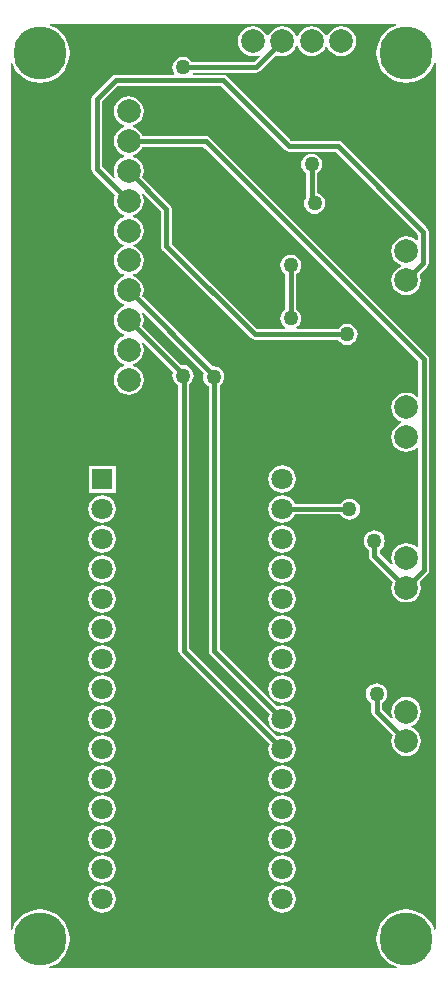
<source format=gbl>
%FSTAX23Y23*%
%MOIN*%
%SFA1B1*%

%IPPOS*%
%ADD12C,0.015748*%
%ADD20C,0.078740*%
%ADD21C,0.070866*%
%ADD22R,0.070866X0.070866*%
%ADD23C,0.050000*%
%ADD24C,0.177165*%
%LNchillerlcd-1*%
%LPD*%
G36*
X01287Y03144D02*
X01281Y03142D01*
X01263Y03133*
X01248Y03121*
X01236Y03106*
X01227Y03088*
X01221Y0307*
X01219Y03051*
X01221Y03031*
X01227Y03013*
X01236Y02996*
X01248Y02981*
X01263Y02968*
X01281Y02959*
X01299Y02953*
X01318Y02951*
X01338Y02953*
X01356Y02959*
X01374Y02968*
X01388Y02981*
X01401Y02996*
X0141Y03013*
X01412Y03019*
X01417Y03018*
Y0013*
X01412Y00129*
X0141Y00136*
X01401Y00153*
X01388Y00168*
X01374Y0018*
X01356Y00189*
X01338Y00195*
X01318Y00197*
X01299Y00195*
X01281Y00189*
X01263Y0018*
X01248Y00168*
X01236Y00153*
X01227Y00136*
X01221Y00117*
X01219Y00098*
X01221Y00079*
X01227Y0006*
X01236Y00043*
X01248Y00028*
X01263Y00016*
X01281Y00007*
X01287Y00005*
X01286Y0*
X0013*
X00129Y00005*
X00136Y00007*
X00153Y00016*
X00168Y00028*
X0018Y00043*
X00189Y0006*
X00195Y00079*
X00197Y00098*
X00195Y00117*
X00189Y00136*
X0018Y00153*
X00168Y00168*
X00153Y0018*
X00136Y00189*
X00117Y00195*
X00098Y00197*
X00079Y00195*
X0006Y00189*
X00043Y0018*
X00028Y00168*
X00016Y00153*
X00007Y00136*
X00005Y00129*
X0Y0013*
Y03018*
X00005Y03019*
X00007Y03013*
X00016Y02996*
X00028Y02981*
X00043Y02968*
X0006Y02959*
X00079Y02953*
X00098Y02951*
X00117Y02953*
X00136Y02959*
X00153Y02968*
X00168Y02981*
X0018Y02996*
X00189Y03013*
X00195Y03031*
X00197Y03051*
X00195Y0307*
X00189Y03088*
X0018Y03106*
X00168Y03121*
X00153Y03133*
X00136Y03142*
X00129Y03144*
X0013Y03149*
X01286*
X01287Y03144*
G37*
%LNchillerlcd-2*%
%LPC*%
G36*
X01102Y0314D02*
X01089Y03138D01*
X01077Y03133*
X01067Y03125*
X01059Y03115*
X01055Y03107*
X0105*
X01047Y03115*
X01038Y03125*
X01028Y03133*
X01016Y03138*
X01003Y0314*
X0099Y03138*
X00979Y03133*
X00968Y03125*
X0096Y03115*
X00957Y03107*
X00951*
X00948Y03115*
X0094Y03125*
X0093Y03133*
X00918Y03138*
X00905Y0314*
X00892Y03138*
X0088Y03133*
X0087Y03125*
X00862Y03115*
X00859Y03107*
X00853*
X0085Y03115*
X00842Y03125*
X00831Y03133*
X0082Y03138*
X00807Y0314*
X00794Y03138*
X00782Y03133*
X00772Y03125*
X00763Y03115*
X00759Y03103*
X00757Y0309*
X00759Y03077*
X00763Y03065*
X00772Y03055*
X00782Y03047*
X00794Y03042*
X00807Y0304*
X0082Y03042*
X00827Y03045*
X0083Y03041*
X00811Y03022*
X00605*
X00599Y03028*
X00592Y03034*
X00583Y03038*
X00574Y03039*
X00565Y03038*
X00557Y03034*
X0055Y03028*
X00544Y03021*
X0054Y03012*
X00539Y03003*
X0054Y02994*
X00544Y02986*
X00546Y02983*
X00543Y02978*
X0035*
X00343Y02977*
X00337Y02973*
X00274Y0291*
X0027Y02904*
X00269Y02897*
Y02665*
X0027Y02658*
X00274Y02652*
X00348Y02578*
X00345Y02572*
X00344Y02559*
X00345Y02546*
X0035Y02534*
X00358Y02524*
X00368Y02515*
X00378Y02512*
Y02506*
X00368Y02502*
X00358Y02494*
X0035Y02484*
X00345Y02472*
X00344Y02459*
X00345Y02446*
X0035Y02434*
X00358Y02424*
X00368Y02416*
X00378Y02412*
Y02407*
X00368Y02403*
X00358Y02395*
X0035Y02385*
X00345Y02373*
X00344Y0236*
X00345Y02347*
X0035Y02335*
X00358Y02325*
X00368Y02316*
X00378Y02313*
Y02307*
X00368Y02303*
X00358Y02296*
X0035Y02285*
X00345Y02273*
X00344Y02261*
X00345Y02248*
X0035Y02235*
X00358Y02225*
X00368Y02217*
X00378Y02213*
Y02208*
X00368Y02204*
X00358Y02196*
X0035Y02186*
X00345Y02174*
X00344Y02161*
X00345Y02148*
X0035Y02136*
X00358Y02126*
X00368Y02118*
X00378Y02114*
Y02109*
X00368Y02105*
X00358Y02097*
X0035Y02087*
X00345Y02074*
X00344Y02062*
X00345Y02049*
X0035Y02037*
X00358Y02026*
X00368Y02018*
X00378Y02014*
Y02009*
X00368Y02005*
X00358Y01997*
X0035Y01987*
X00345Y01975*
X00344Y01962*
X00345Y01949*
X0035Y01937*
X00358Y01927*
X00368Y01919*
X0038Y01914*
X00393Y01912*
X00406Y01914*
X00418Y01919*
X00428Y01927*
X00437Y01937*
X00441Y01949*
X00443Y01962*
X00441Y01975*
X00437Y01987*
X00428Y01997*
X00418Y02005*
X00409Y02009*
Y02014*
X00418Y02018*
X00428Y02026*
X00437Y02037*
X00441Y02049*
X00443Y02062*
X00441Y02074*
X00437Y02084*
X00442Y02087*
X00541Y01987*
X0054Y01985*
X00539Y01976*
X0054Y01967*
X00544Y01958*
X0055Y01951*
X00557Y01945*
X00558Y01945*
Y01059*
X0056Y01053*
X00564Y01047*
X00863Y00748*
X00861Y00743*
X00859Y00731*
X00861Y00719*
X00865Y00708*
X00873Y00699*
X00882Y00691*
X00893Y00687*
X00905Y00685*
X00917Y00687*
X00928Y00691*
X00937Y00699*
X00945Y00708*
X00949Y00719*
X00951Y00731*
X00949Y00743*
X00945Y00754*
X00937Y00763*
X00928Y00771*
X00917Y00775*
X00905Y00777*
X00893Y00775*
X00888Y00773*
X00595Y01067*
Y01948*
X00599Y01951*
X00605Y01958*
X00609Y01967*
X0061Y01976*
X00609Y01985*
X00605Y01994*
X00599Y02001*
X00592Y02007*
X00583Y0201*
X00574Y02011*
X00569Y02011*
X00438Y02141*
X00441Y02148*
X00443Y02161*
X00441Y02174*
X00437Y02183*
X00442Y02186*
X00644Y01984*
X00642Y01981*
X00641Y01972*
X00642Y01963*
X00646Y01954*
X00652Y01947*
X00659Y01941*
X00661Y0194*
Y01057*
X00662Y0105*
X00666Y01044*
X00863Y00848*
X00861Y00843*
X00859Y00831*
X00861Y00819*
X00865Y00808*
X00873Y00799*
X00882Y00791*
X00893Y00787*
X00905Y00785*
X00917Y00787*
X00928Y00791*
X00937Y00799*
X00945Y00808*
X00949Y00819*
X00951Y00831*
X00949Y00843*
X00945Y00854*
X00937Y00863*
X00928Y00871*
X00917Y00875*
X00905Y00877*
X00893Y00875*
X00888Y00873*
X00698Y01064*
Y01944*
X00701Y01947*
X00707Y01954*
X00711Y01963*
X00712Y01972*
X00711Y01981*
X00707Y0199*
X00701Y01997*
X00694Y02003*
X00686Y02006*
X00677Y02007*
X00673Y02007*
X00438Y02241*
X00441Y02248*
X00443Y02261*
X00441Y02273*
X00437Y02285*
X00428Y02296*
X00418Y02303*
X00409Y02307*
Y02313*
X00418Y02316*
X00428Y02325*
X00437Y02335*
X00441Y02347*
X00443Y0236*
X00441Y02373*
X00437Y02385*
X00428Y02395*
X00418Y02403*
X00409Y02407*
Y02412*
X00418Y02416*
X00428Y02424*
X00437Y02434*
X00441Y02446*
X00443Y02459*
X00441Y02472*
X00437Y02484*
X00428Y02494*
X00418Y02502*
X00409Y02506*
Y02512*
X00418Y02515*
X00428Y02524*
X00437Y02534*
X00441Y02546*
X00443Y02559*
X00441Y02572*
X00437Y02581*
X00442Y02584*
X00501Y02524*
Y02409*
X00502Y02402*
X00506Y02396*
X00801Y02101*
X00807Y02097*
X00814Y02096*
X01091*
X01097Y02089*
X01104Y02083*
X01112Y02079*
X01122Y02078*
X01131Y02079*
X01139Y02083*
X01146Y02089*
X01152Y02096*
X01156Y02105*
X01157Y02114*
X01156Y02123*
X01152Y02131*
X01146Y02138*
X01139Y02144*
X01131Y02148*
X01122Y02149*
X01112Y02148*
X01104Y02144*
X01097Y02138*
X01091Y02132*
X00953*
X00953Y02133*
X00952Y02137*
X00959Y02142*
X00964Y02149*
X00968Y02158*
X00969Y02167*
X00968Y02176*
X00964Y02185*
X00959Y02192*
X00952Y02197*
Y02314*
X00959Y02319*
X00964Y02326*
X00968Y02335*
X00969Y02344*
X00968Y02353*
X00964Y02362*
X00959Y02369*
X00951Y02375*
X00943Y02378*
X00934Y02379*
X00924Y02378*
X00916Y02375*
X00909Y02369*
X00903Y02362*
X009Y02353*
X00898Y02344*
X009Y02335*
X00903Y02326*
X00909Y02319*
X00915Y02314*
Y02197*
X00909Y02192*
X00903Y02185*
X009Y02176*
X00898Y02167*
X009Y02158*
X00903Y02149*
X00909Y02142*
X00915Y02137*
X00914Y02133*
X00914Y02132*
X00822*
X00537Y02416*
Y02532*
Y02532*
X00536Y02539*
X00532Y02545*
X00438Y02638*
X00441Y02645*
X00443Y02658*
X00441Y02671*
X00437Y02683*
X00428Y02693*
X00418Y02701*
X00409Y02705*
Y02711*
X00418Y02714*
X00428Y02722*
X00437Y02733*
X00439Y02739*
X00642*
X01358Y02023*
Y01906*
X01355Y01905*
X01353Y01905*
X01343Y01913*
X01331Y01918*
X01318Y01919*
X01305Y01918*
X01294Y01913*
X01283Y01905*
X01275Y01894*
X0127Y01883*
X01269Y0187*
X0127Y01857*
X01275Y01845*
X01283Y01835*
X01294Y01826*
X01302Y01823*
Y01818*
X01294Y01814*
X01283Y01806*
X01275Y01796*
X0127Y01784*
X01269Y01771*
X0127Y01758*
X01275Y01746*
X01283Y01736*
X01294Y01728*
X01305Y01723*
X01318Y01722*
X01331Y01723*
X01343Y01728*
X01353Y01736*
X01355Y01735*
X01358Y01735*
Y01404*
X01355Y01403*
X01353Y01403*
X01343Y01411*
X01331Y01416*
X01318Y01417*
X01305Y01416*
X01294Y01411*
X01283Y01403*
X01275Y01392*
X0127Y01381*
X01269Y01368*
X0127Y01355*
X01274Y01347*
X01269Y01344*
X0123Y01383*
Y01394*
X01237Y014*
X01243Y01407*
X01246Y01416*
X01248Y01425*
X01246Y01434*
X01243Y01442*
X01237Y0145*
X0123Y01455*
X01221Y01459*
X01212Y0146*
X01203Y01459*
X01194Y01455*
X01187Y0145*
X01181Y01442*
X01178Y01434*
X01177Y01425*
X01178Y01416*
X01181Y01407*
X01187Y014*
X01194Y01394*
Y01375*
X01195Y01368*
X01199Y01362*
X01273Y01289*
X0127Y01282*
X01269Y01269*
X0127Y01256*
X01275Y01244*
X01283Y01234*
X01294Y01226*
X01305Y01221*
X01318Y0122*
X01331Y01221*
X01343Y01226*
X01353Y01234*
X01362Y01244*
X01366Y01256*
X01368Y01269*
X01366Y01282*
X01364Y01289*
X01389Y01314*
X01393Y0132*
X01395Y01327*
Y02031*
X01393Y02037*
X01389Y02043*
X00662Y0277*
X00657Y02774*
X0065Y02775*
X00439*
X00437Y02782*
X00428Y02792*
X00418Y02801*
X00409Y02804*
Y0281*
X00418Y02814*
X00428Y02822*
X00437Y02832*
X00441Y02844*
X00443Y02857*
X00441Y0287*
X00437Y02882*
X00428Y02892*
X00418Y029*
X00406Y02905*
X00393Y02907*
X0038Y02905*
X00368Y029*
X00358Y02892*
X0035Y02882*
X00345Y0287*
X00344Y02857*
X00345Y02844*
X0035Y02832*
X00358Y02822*
X00368Y02814*
X00378Y0281*
Y02804*
X00368Y02801*
X00358Y02792*
X0035Y02782*
X00345Y0277*
X00344Y02757*
X00345Y02744*
X0035Y02733*
X00358Y02722*
X00368Y02714*
X00378Y02711*
Y02705*
X00368Y02701*
X00358Y02693*
X0035Y02683*
X00345Y02671*
X00344Y02658*
X00345Y02645*
X00349Y02636*
X00345Y02633*
X00305Y02672*
Y0289*
X00357Y02942*
X00701*
X00916Y02727*
X00922Y02723*
X00929Y02722*
X01083*
X01357Y02446*
Y02429*
X01352Y02427*
X01343Y02435*
X01331Y02439*
X01318Y02441*
X01305Y02439*
X01294Y02435*
X01283Y02426*
X01275Y02416*
X0127Y02404*
X01269Y02391*
X0127Y02378*
X01275Y02366*
X01283Y02356*
X01294Y02348*
X01301Y02345*
Y02339*
X01294Y02336*
X01283Y02328*
X01275Y02318*
X0127Y02306*
X01269Y02293*
X0127Y0228*
X01275Y02268*
X01283Y02258*
X01294Y0225*
X01305Y02245*
X01318Y02243*
X01331Y02245*
X01343Y0225*
X01353Y02258*
X01362Y02268*
X01366Y0228*
X01368Y02293*
X01366Y02306*
X01364Y02312*
X01388Y02337*
X01392Y02343*
X01394Y0235*
Y02454*
X01392Y02461*
X01388Y02467*
X01103Y02753*
X01097Y02757*
X0109Y02758*
X00936*
X00721Y02973*
X00715Y02977*
X00708Y02978*
X00609*
X00607Y02983*
X00608Y02985*
X00818*
X00825Y02987*
X00831Y0299*
X00885Y03045*
X00892Y03042*
X00905Y0304*
X00918Y03042*
X0093Y03047*
X0094Y03055*
X00948Y03065*
X00951Y03073*
X00957*
X0096Y03065*
X00968Y03055*
X00979Y03047*
X0099Y03042*
X01003Y0304*
X01016Y03042*
X01028Y03047*
X01038Y03055*
X01047Y03065*
X0105Y03073*
X01055*
X01059Y03065*
X01067Y03055*
X01077Y03047*
X01089Y03042*
X01102Y0304*
X01115Y03042*
X01127Y03047*
X01137Y03055*
X01145Y03065*
X0115Y03077*
X01151Y0309*
X0115Y03103*
X01145Y03115*
X01137Y03125*
X01127Y03133*
X01115Y03138*
X01102Y0314*
G37*
G36*
X01003Y02716D02*
X00994Y02715D01*
X00986Y02711*
X00979Y02705*
X00973Y02698*
X00969Y0269*
X00968Y02681*
X00969Y02672*
X00973Y02663*
X00979Y02656*
X00985Y0265*
Y02576*
X00986Y02573*
X00983Y02568*
X00979Y0256*
X00978Y02551*
X00979Y02542*
X00983Y02533*
X00988Y02526*
X00996Y0252*
X01004Y02516*
X01013Y02515*
X01022Y02516*
X01031Y0252*
X01038Y02526*
X01044Y02533*
X01048Y02542*
X01049Y02551*
X01048Y0256*
X01044Y02568*
X01038Y02575*
X01031Y02581*
X01022Y02585*
X01022*
Y0265*
X01028Y02656*
X01034Y02663*
X01038Y02672*
X01039Y02681*
X01038Y0269*
X01034Y02698*
X01028Y02705*
X01021Y02711*
X01012Y02715*
X01003Y02716*
G37*
G36*
X0035Y01676D02*
X0026D01*
Y01586*
X0035*
Y01676*
G37*
G36*
X00905Y01677D02*
X00893Y01675D01*
X00882Y01671*
X00873Y01663*
X00865Y01654*
X00861Y01643*
X00859Y01631*
X00861Y01619*
X00865Y01608*
X00873Y01599*
X00882Y01591*
X00893Y01587*
X00905Y01585*
X00917Y01587*
X00928Y01591*
X00937Y01599*
X00945Y01608*
X00949Y01619*
X00951Y01631*
X00949Y01643*
X00945Y01654*
X00937Y01663*
X00928Y01671*
X00917Y01675*
X00905Y01677*
G37*
G36*
Y01577D02*
X00893Y01575D01*
X00882Y01571*
X00873Y01563*
X00865Y01554*
X00861Y01543*
X00859Y01531*
X00861Y01519*
X00865Y01508*
X00873Y01499*
X00882Y01491*
X00893Y01487*
X00905Y01485*
X00917Y01487*
X00928Y01491*
X00937Y01499*
X00945Y01508*
X00947Y01513*
X01099*
X01105Y01506*
X01112Y015*
X0112Y01497*
X01129Y01496*
X01138Y01497*
X01147Y015*
X01154Y01506*
X0116Y01513*
X01164Y01522*
X01165Y01531*
X01164Y0154*
X0116Y01549*
X01154Y01556*
X01147Y01562*
X01138Y01565*
X01129Y01566*
X0112Y01565*
X01112Y01562*
X01105Y01556*
X01099Y01549*
X00947*
X00945Y01554*
X00937Y01563*
X00928Y01571*
X00917Y01575*
X00905Y01577*
G37*
G36*
X00305D02*
X00293Y01575D01*
X00282Y01571*
X00273Y01563*
X00265Y01554*
X00261Y01543*
X00259Y01531*
X00261Y01519*
X00265Y01508*
X00273Y01499*
X00282Y01491*
X00293Y01487*
X00305Y01485*
X00317Y01487*
X00328Y01491*
X00337Y01499*
X00345Y01508*
X00349Y01519*
X00351Y01531*
X00349Y01543*
X00345Y01554*
X00337Y01563*
X00328Y01571*
X00317Y01575*
X00305Y01577*
G37*
G36*
X00905Y01477D02*
X00893Y01475D01*
X00882Y01471*
X00873Y01463*
X00865Y01454*
X00861Y01443*
X00859Y01431*
X00861Y01419*
X00865Y01408*
X00873Y01399*
X00882Y01391*
X00893Y01387*
X00905Y01385*
X00917Y01387*
X00928Y01391*
X00937Y01399*
X00945Y01408*
X00949Y01419*
X00951Y01431*
X00949Y01443*
X00945Y01454*
X00937Y01463*
X00928Y01471*
X00917Y01475*
X00905Y01477*
G37*
G36*
X00305D02*
X00293Y01475D01*
X00282Y01471*
X00273Y01463*
X00265Y01454*
X00261Y01443*
X00259Y01431*
X00261Y01419*
X00265Y01408*
X00273Y01399*
X00282Y01391*
X00293Y01387*
X00305Y01385*
X00317Y01387*
X00328Y01391*
X00337Y01399*
X00345Y01408*
X00349Y01419*
X00351Y01431*
X00349Y01443*
X00345Y01454*
X00337Y01463*
X00328Y01471*
X00317Y01475*
X00305Y01477*
G37*
G36*
X00905Y01377D02*
X00893Y01375D01*
X00882Y01371*
X00873Y01363*
X00865Y01354*
X00861Y01343*
X00859Y01331*
X00861Y01319*
X00865Y01308*
X00873Y01299*
X00882Y01291*
X00893Y01287*
X00905Y01285*
X00917Y01287*
X00928Y01291*
X00937Y01299*
X00945Y01308*
X00949Y01319*
X00951Y01331*
X00949Y01343*
X00945Y01354*
X00937Y01363*
X00928Y01371*
X00917Y01375*
X00905Y01377*
G37*
G36*
X00305D02*
X00293Y01375D01*
X00282Y01371*
X00273Y01363*
X00265Y01354*
X00261Y01343*
X00259Y01331*
X00261Y01319*
X00265Y01308*
X00273Y01299*
X00282Y01291*
X00293Y01287*
X00305Y01285*
X00317Y01287*
X00328Y01291*
X00337Y01299*
X00345Y01308*
X00349Y01319*
X00351Y01331*
X00349Y01343*
X00345Y01354*
X00337Y01363*
X00328Y01371*
X00317Y01375*
X00305Y01377*
G37*
G36*
X00905Y01277D02*
X00893Y01275D01*
X00882Y01271*
X00873Y01263*
X00865Y01254*
X00861Y01243*
X00859Y01231*
X00861Y01219*
X00865Y01208*
X00873Y01199*
X00882Y01191*
X00893Y01187*
X00905Y01185*
X00917Y01187*
X00928Y01191*
X00937Y01199*
X00945Y01208*
X00949Y01219*
X00951Y01231*
X00949Y01243*
X00945Y01254*
X00937Y01263*
X00928Y01271*
X00917Y01275*
X00905Y01277*
G37*
G36*
X00305D02*
X00293Y01275D01*
X00282Y01271*
X00273Y01263*
X00265Y01254*
X00261Y01243*
X00259Y01231*
X00261Y01219*
X00265Y01208*
X00273Y01199*
X00282Y01191*
X00293Y01187*
X00305Y01185*
X00317Y01187*
X00328Y01191*
X00337Y01199*
X00345Y01208*
X00349Y01219*
X00351Y01231*
X00349Y01243*
X00345Y01254*
X00337Y01263*
X00328Y01271*
X00317Y01275*
X00305Y01277*
G37*
G36*
X00905Y01177D02*
X00893Y01175D01*
X00882Y01171*
X00873Y01163*
X00865Y01154*
X00861Y01143*
X00859Y01131*
X00861Y01119*
X00865Y01108*
X00873Y01099*
X00882Y01091*
X00893Y01087*
X00905Y01085*
X00917Y01087*
X00928Y01091*
X00937Y01099*
X00945Y01108*
X00949Y01119*
X00951Y01131*
X00949Y01143*
X00945Y01154*
X00937Y01163*
X00928Y01171*
X00917Y01175*
X00905Y01177*
G37*
G36*
X00305D02*
X00293Y01175D01*
X00282Y01171*
X00273Y01163*
X00265Y01154*
X00261Y01143*
X00259Y01131*
X00261Y01119*
X00265Y01108*
X00273Y01099*
X00282Y01091*
X00293Y01087*
X00305Y01085*
X00317Y01087*
X00328Y01091*
X00337Y01099*
X00345Y01108*
X00349Y01119*
X00351Y01131*
X00349Y01143*
X00345Y01154*
X00337Y01163*
X00328Y01171*
X00317Y01175*
X00305Y01177*
G37*
G36*
X00905Y01077D02*
X00893Y01075D01*
X00882Y01071*
X00873Y01063*
X00865Y01054*
X00861Y01043*
X00859Y01031*
X00861Y01019*
X00865Y01008*
X00873Y00999*
X00882Y00991*
X00893Y00987*
X00905Y00985*
X00917Y00987*
X00928Y00991*
X00937Y00999*
X00945Y01008*
X00949Y01019*
X00951Y01031*
X00949Y01043*
X00945Y01054*
X00937Y01063*
X00928Y01071*
X00917Y01075*
X00905Y01077*
G37*
G36*
X00305D02*
X00293Y01075D01*
X00282Y01071*
X00273Y01063*
X00265Y01054*
X00261Y01043*
X00259Y01031*
X00261Y01019*
X00265Y01008*
X00273Y00999*
X00282Y00991*
X00293Y00987*
X00305Y00985*
X00317Y00987*
X00328Y00991*
X00337Y00999*
X00345Y01008*
X00349Y01019*
X00351Y01031*
X00349Y01043*
X00345Y01054*
X00337Y01063*
X00328Y01071*
X00317Y01075*
X00305Y01077*
G37*
G36*
X00905Y00977D02*
X00893Y00975D01*
X00882Y00971*
X00873Y00963*
X00865Y00954*
X00861Y00943*
X00859Y00931*
X00861Y00919*
X00865Y00908*
X00873Y00899*
X00882Y00891*
X00893Y00887*
X00905Y00885*
X00917Y00887*
X00928Y00891*
X00937Y00899*
X00945Y00908*
X00949Y00919*
X00951Y00931*
X00949Y00943*
X00945Y00954*
X00937Y00963*
X00928Y00971*
X00917Y00975*
X00905Y00977*
G37*
G36*
X00305D02*
X00293Y00975D01*
X00282Y00971*
X00273Y00963*
X00265Y00954*
X00261Y00943*
X00259Y00931*
X00261Y00919*
X00265Y00908*
X00273Y00899*
X00282Y00891*
X00293Y00887*
X00305Y00885*
X00317Y00887*
X00328Y00891*
X00337Y00899*
X00345Y00908*
X00349Y00919*
X00351Y00931*
X00349Y00943*
X00345Y00954*
X00337Y00963*
X00328Y00971*
X00317Y00975*
X00305Y00977*
G37*
G36*
Y00877D02*
X00293Y00875D01*
X00282Y00871*
X00273Y00863*
X00265Y00854*
X00261Y00843*
X00259Y00831*
X00261Y00819*
X00265Y00808*
X00273Y00799*
X00282Y00791*
X00293Y00787*
X00305Y00785*
X00317Y00787*
X00328Y00791*
X00337Y00799*
X00345Y00808*
X00349Y00819*
X00351Y00831*
X00349Y00843*
X00345Y00854*
X00337Y00863*
X00328Y00871*
X00317Y00875*
X00305Y00877*
G37*
G36*
X0122Y0095D02*
X01211Y00949D01*
X01202Y00946*
X01195Y0094*
X01189Y00933*
X01186Y00924*
X01185Y00915*
X01186Y00906*
X01189Y00897*
X01195Y0089*
X01202Y00885*
Y00856*
X01203Y00849*
X01207Y00843*
X01273Y00777*
X0127Y0077*
X01269Y00757*
X0127Y00744*
X01275Y00733*
X01283Y00722*
X01294Y00714*
X01305Y00709*
X01318Y00708*
X01331Y00709*
X01343Y00714*
X01353Y00722*
X01362Y00733*
X01366Y00744*
X01368Y00757*
X01366Y0077*
X01362Y00782*
X01353Y00792*
X01343Y00801*
X01335Y00804*
Y00809*
X01343Y00812*
X01353Y00821*
X01362Y00831*
X01366Y00843*
X01368Y00856*
X01366Y00869*
X01362Y00881*
X01353Y00891*
X01343Y00899*
X01331Y00904*
X01318Y00905*
X01305Y00904*
X01294Y00899*
X01283Y00891*
X01275Y00881*
X0127Y00869*
X01269Y00856*
X0127Y00843*
X01274Y00835*
X01269Y00832*
X01238Y00863*
Y00885*
X01245Y0089*
X01251Y00897*
X01254Y00906*
X01255Y00915*
X01254Y00924*
X01251Y00933*
X01245Y0094*
X01238Y00946*
X01229Y00949*
X0122Y0095*
G37*
G36*
X00305Y00777D02*
X00293Y00775D01*
X00282Y00771*
X00273Y00763*
X00265Y00754*
X00261Y00743*
X00259Y00731*
X00261Y00719*
X00265Y00708*
X00273Y00699*
X00282Y00691*
X00293Y00687*
X00305Y00685*
X00317Y00687*
X00328Y00691*
X00337Y00699*
X00345Y00708*
X00349Y00719*
X00351Y00731*
X00349Y00743*
X00345Y00754*
X00337Y00763*
X00328Y00771*
X00317Y00775*
X00305Y00777*
G37*
G36*
X00905Y00677D02*
X00893Y00675D01*
X00882Y00671*
X00873Y00663*
X00865Y00654*
X00861Y00643*
X00859Y00631*
X00861Y00619*
X00865Y00608*
X00873Y00599*
X00882Y00591*
X00893Y00587*
X00905Y00585*
X00917Y00587*
X00928Y00591*
X00937Y00599*
X00945Y00608*
X00949Y00619*
X00951Y00631*
X00949Y00643*
X00945Y00654*
X00937Y00663*
X00928Y00671*
X00917Y00675*
X00905Y00677*
G37*
G36*
X00305D02*
X00293Y00675D01*
X00282Y00671*
X00273Y00663*
X00265Y00654*
X00261Y00643*
X00259Y00631*
X00261Y00619*
X00265Y00608*
X00273Y00599*
X00282Y00591*
X00293Y00587*
X00305Y00585*
X00317Y00587*
X00328Y00591*
X00337Y00599*
X00345Y00608*
X00349Y00619*
X00351Y00631*
X00349Y00643*
X00345Y00654*
X00337Y00663*
X00328Y00671*
X00317Y00675*
X00305Y00677*
G37*
G36*
X00905Y00577D02*
X00893Y00575D01*
X00882Y00571*
X00873Y00563*
X00865Y00554*
X00861Y00543*
X00859Y00531*
X00861Y00519*
X00865Y00508*
X00873Y00499*
X00882Y00491*
X00893Y00487*
X00905Y00485*
X00917Y00487*
X00928Y00491*
X00937Y00499*
X00945Y00508*
X00949Y00519*
X00951Y00531*
X00949Y00543*
X00945Y00554*
X00937Y00563*
X00928Y00571*
X00917Y00575*
X00905Y00577*
G37*
G36*
X00305D02*
X00293Y00575D01*
X00282Y00571*
X00273Y00563*
X00265Y00554*
X00261Y00543*
X00259Y00531*
X00261Y00519*
X00265Y00508*
X00273Y00499*
X00282Y00491*
X00293Y00487*
X00305Y00485*
X00317Y00487*
X00328Y00491*
X00337Y00499*
X00345Y00508*
X00349Y00519*
X00351Y00531*
X00349Y00543*
X00345Y00554*
X00337Y00563*
X00328Y00571*
X00317Y00575*
X00305Y00577*
G37*
G36*
X00905Y00477D02*
X00893Y00475D01*
X00882Y00471*
X00873Y00463*
X00865Y00454*
X00861Y00443*
X00859Y00431*
X00861Y00419*
X00865Y00408*
X00873Y00399*
X00882Y00391*
X00893Y00387*
X00905Y00385*
X00917Y00387*
X00928Y00391*
X00937Y00399*
X00945Y00408*
X00949Y00419*
X00951Y00431*
X00949Y00443*
X00945Y00454*
X00937Y00463*
X00928Y00471*
X00917Y00475*
X00905Y00477*
G37*
G36*
X00305D02*
X00293Y00475D01*
X00282Y00471*
X00273Y00463*
X00265Y00454*
X00261Y00443*
X00259Y00431*
X00261Y00419*
X00265Y00408*
X00273Y00399*
X00282Y00391*
X00293Y00387*
X00305Y00385*
X00317Y00387*
X00328Y00391*
X00337Y00399*
X00345Y00408*
X00349Y00419*
X00351Y00431*
X00349Y00443*
X00345Y00454*
X00337Y00463*
X00328Y00471*
X00317Y00475*
X00305Y00477*
G37*
G36*
X00905Y00377D02*
X00893Y00375D01*
X00882Y00371*
X00873Y00363*
X00865Y00354*
X00861Y00343*
X00859Y00331*
X00861Y00319*
X00865Y00308*
X00873Y00299*
X00882Y00291*
X00893Y00287*
X00905Y00285*
X00917Y00287*
X00928Y00291*
X00937Y00299*
X00945Y00308*
X00949Y00319*
X00951Y00331*
X00949Y00343*
X00945Y00354*
X00937Y00363*
X00928Y00371*
X00917Y00375*
X00905Y00377*
G37*
G36*
X00305D02*
X00293Y00375D01*
X00282Y00371*
X00273Y00363*
X00265Y00354*
X00261Y00343*
X00259Y00331*
X00261Y00319*
X00265Y00308*
X00273Y00299*
X00282Y00291*
X00293Y00287*
X00305Y00285*
X00317Y00287*
X00328Y00291*
X00337Y00299*
X00345Y00308*
X00349Y00319*
X00351Y00331*
X00349Y00343*
X00345Y00354*
X00337Y00363*
X00328Y00371*
X00317Y00375*
X00305Y00377*
G37*
G36*
X00905Y00277D02*
X00893Y00275D01*
X00882Y00271*
X00873Y00263*
X00865Y00254*
X00861Y00243*
X00859Y00231*
X00861Y00219*
X00865Y00208*
X00873Y00199*
X00882Y00191*
X00893Y00187*
X00905Y00185*
X00917Y00187*
X00928Y00191*
X00937Y00199*
X00945Y00208*
X00949Y00219*
X00951Y00231*
X00949Y00243*
X00945Y00254*
X00937Y00263*
X00928Y00271*
X00917Y00275*
X00905Y00277*
G37*
G36*
X00305D02*
X00293Y00275D01*
X00282Y00271*
X00273Y00263*
X00265Y00254*
X00261Y00243*
X00259Y00231*
X00261Y00219*
X00265Y00208*
X00273Y00199*
X00282Y00191*
X00293Y00187*
X00305Y00185*
X00317Y00187*
X00328Y00191*
X00337Y00199*
X00345Y00208*
X00349Y00219*
X00351Y00231*
X00349Y00243*
X00345Y00254*
X00337Y00263*
X00328Y00271*
X00317Y00275*
X00305Y00277*
G37*
%LNchillerlcd-3*%
%LPD*%
G54D12*
X01013Y02562D02*
X01019Y02557D01*
X01003Y02576D02*
Y02681D01*
Y02576D02*
X01015Y02564D01*
X01013Y02562D02*
X01015Y02564D01*
X01013Y02551D02*
X01019Y02557D01*
X01013Y02551D02*
X01022Y02542D01*
X00577Y01059D02*
Y01977D01*
X00393Y02161D02*
X00577Y01977D01*
X00818Y03003D02*
X00905Y0309D01*
X00574Y03003D02*
X00818D01*
X00679Y01057D02*
Y01974D01*
X00393Y02261D02*
X00679Y01974D01*
X00929Y0274D02*
X0109D01*
X01375Y02454*
X00708Y0296D02*
X00929Y0274D01*
X0035Y0296D02*
X00708D01*
X00287Y02897D02*
X0035Y0296D01*
X01375Y0235D02*
Y02454D01*
X00906Y01532D02*
X00907Y01531D01*
X00934Y02167D02*
Y02344D01*
X00519Y02409D02*
X00814Y02114D01*
X01122*
X00393Y02658D02*
X00519Y02532D01*
Y02409D02*
Y02532D01*
X00907Y01531D02*
X01129D01*
X01318Y02293D02*
X01375Y0235D01*
X00287Y02665D02*
Y02897D01*
Y02665D02*
X00393Y02559D01*
X01212Y01375D02*
Y01425D01*
Y01375D02*
X01318Y01269D01*
X0122Y00856D02*
X01318Y00757D01*
X0122Y00856D02*
Y00915D01*
X00577Y01059D02*
X00905Y00731D01*
X00679Y01057D02*
X00905Y00831D01*
X01318Y01269D02*
X01377Y01327D01*
Y02031*
X0065Y02757D02*
X01377Y02031D01*
X00393Y02757D02*
X0065D01*
G54D20*
X01003Y0309D03*
X00807D03*
X00905D03*
X01102D03*
X01318Y01771D03*
Y0187D03*
Y01269D03*
Y01368D03*
Y00757D03*
Y00856D03*
Y02293D03*
Y02391D03*
X00393Y02757D03*
Y02857D03*
Y0236D03*
Y02459D03*
Y02658D03*
Y02559D03*
Y02161D03*
Y02261D03*
Y02062D03*
Y01962D03*
G54D21*
X00305Y00231D03*
Y00431D03*
Y00331D03*
Y00631D03*
Y00531D03*
Y00831D03*
Y00731D03*
Y01031D03*
Y00931D03*
Y01231D03*
Y01131D03*
Y01331D03*
Y01431D03*
Y01531D03*
X00905Y00231D03*
Y00331D03*
Y00431D03*
Y00531D03*
Y00631D03*
Y00731D03*
Y00831D03*
Y00931D03*
Y01031D03*
Y01131D03*
Y01231D03*
Y01331D03*
Y01431D03*
Y01531D03*
Y01631D03*
G54D22*
X00305Y01631D03*
G54D23*
X01003Y02681D03*
X01013Y02551D03*
X00574Y03003D03*
Y01976D03*
X00677Y01972D03*
X00934Y02167D03*
Y02344D03*
X01122Y02114D03*
X01129Y01531D03*
X01212Y01425D03*
X0122Y00915D03*
G54D24*
X01318Y00098D03*
X00098Y03051D03*
X01318D03*
X00098Y00098D03*
M02*
</source>
